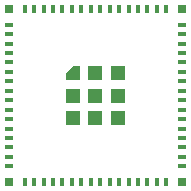
<source format=gbr>
%TF.GenerationSoftware,KiCad,Pcbnew,9.0.7*%
%TF.CreationDate,2026-02-08T13:18:31-05:00*%
%TF.ProjectId,esp32-pico-zero,65737033-322d-4706-9963-6f2d7a65726f,rev?*%
%TF.SameCoordinates,Original*%
%TF.FileFunction,Copper,L1,Top*%
%TF.FilePolarity,Positive*%
%FSLAX46Y46*%
G04 Gerber Fmt 4.6, Leading zero omitted, Abs format (unit mm)*
G04 Created by KiCad (PCBNEW 9.0.7) date 2026-02-08 13:18:31*
%MOMM*%
%LPD*%
G01*
G04 APERTURE LIST*
%TA.AperFunction,EtchedComponent*%
%ADD10C,0.000000*%
%TD*%
%TA.AperFunction,SMDPad,CuDef*%
%ADD11R,0.800000X0.400000*%
%TD*%
%TA.AperFunction,SMDPad,CuDef*%
%ADD12R,0.800000X0.800000*%
%TD*%
%TA.AperFunction,SMDPad,CuDef*%
%ADD13R,0.400000X0.800000*%
%TD*%
%TA.AperFunction,SMDPad,CuDef*%
%ADD14R,1.200000X1.200000*%
%TD*%
%TA.AperFunction,SMDPad,CuDef*%
%ADD15R,0.127000X0.127000*%
%TD*%
G04 APERTURE END LIST*
D10*
%TA.AperFunction,EtchedComponent*%
%TO.C,U1*%
G36*
X150400001Y-104899999D02*
G01*
X149200001Y-104899999D01*
X149200001Y-104299999D01*
X149800001Y-103699999D01*
X150400001Y-103699999D01*
X150400001Y-104899999D01*
G37*
%TD.AperFunction*%
%TD*%
D11*
%TO.P,U1,1,NC*%
%TO.N,unconnected-(U1-NC-Pad1)*%
X144400000Y-100200001D03*
%TO.P,U1,2,NC*%
%TO.N,unconnected-(U1-NC-Pad2)*%
X144400000Y-100999999D03*
%TO.P,U1,3,DBG_RXD/IO3*%
%TO.N,unconnected-(U1-DBG_RXD{slash}IO3-Pad3)*%
X144400000Y-101800000D03*
%TO.P,U1,4,DBG_TXD/IO1*%
%TO.N,unconnected-(U1-DBG_TXD{slash}IO1-Pad4)*%
X144400000Y-102599999D03*
%TO.P,U1,5,NC*%
%TO.N,unconnected-(U1-NC-Pad5)*%
X144400000Y-103400000D03*
%TO.P,U1,6,NC*%
%TO.N,unconnected-(U1-NC-Pad6)*%
X144400000Y-104199998D03*
%TO.P,U1,7,NC*%
%TO.N,unconnected-(U1-NC-Pad7)*%
X144400000Y-104999999D03*
%TO.P,U1,8,NC*%
%TO.N,unconnected-(U1-NC-Pad8)*%
X144400000Y-105800000D03*
%TO.P,U1,9,NC*%
%TO.N,unconnected-(U1-NC-Pad9)*%
X144400000Y-106599998D03*
%TO.P,U1,10,NC*%
%TO.N,unconnected-(U1-NC-Pad10)*%
X144400000Y-107399999D03*
%TO.P,U1,11,NC*%
%TO.N,unconnected-(U1-NC-Pad11)*%
X144400000Y-108199998D03*
%TO.P,U1,12,GND*%
%TO.N,unconnected-(U1-GND-Pad12)*%
X144400000Y-108999999D03*
%TO.P,U1,13,NC*%
%TO.N,unconnected-(U1-NC-Pad13)*%
X144400000Y-109799999D03*
%TO.P,U1,14,NC*%
%TO.N,unconnected-(U1-NC-Pad14)*%
X144400000Y-110599998D03*
%TO.P,U1,15,NC*%
%TO.N,unconnected-(U1-NC-Pad15)*%
X144400000Y-111399999D03*
%TO.P,U1,16,NC*%
%TO.N,unconnected-(U1-NC-Pad16)*%
X144400000Y-112199997D03*
D12*
%TO.P,U1,66,GND*%
%TO.N,unconnected-(U1-GND-Pad66)*%
X144400002Y-113500000D03*
D13*
%TO.P,U1,17,NC*%
%TO.N,unconnected-(U1-NC-Pad17)*%
X145700000Y-113500000D03*
%TO.P,U1,18,NC*%
%TO.N,unconnected-(U1-NC-Pad18)*%
X146500001Y-113500000D03*
%TO.P,U1,19,EN*%
%TO.N,unconnected-(U1-EN-Pad19)*%
X147300002Y-113500000D03*
%TO.P,U1,20,GND*%
%TO.N,unconnected-(U1-GND-Pad20)*%
X148100001Y-113500000D03*
%TO.P,U1,21,GND*%
%TO.N,unconnected-(U1-GND-Pad21)*%
X148900002Y-113500000D03*
%TO.P,U1,22,VDD33*%
%TO.N,unconnected-(U1-VDD33-Pad22)*%
X149700000Y-113500000D03*
%TO.P,U1,23,GND*%
%TO.N,unconnected-(U1-GND-Pad23)*%
X150500001Y-113500000D03*
%TO.P,U1,24,GND*%
%TO.N,unconnected-(U1-GND-Pad24)*%
X151300002Y-113500000D03*
%TO.P,U1,25,GND*%
%TO.N,unconnected-(U1-GND-Pad25)*%
X152100000Y-113500000D03*
%TO.P,U1,26,GND*%
%TO.N,unconnected-(U1-GND-Pad26)*%
X152900001Y-113500000D03*
%TO.P,U1,27,GND*%
%TO.N,unconnected-(U1-GND-Pad27)*%
X153700000Y-113500000D03*
%TO.P,U1,28,GND*%
%TO.N,unconnected-(U1-GND-Pad28)*%
X154500000Y-113500000D03*
%TO.P,U1,29,GND*%
%TO.N,unconnected-(U1-GND-Pad29)*%
X155300001Y-113500000D03*
%TO.P,U1,30,GND*%
%TO.N,unconnected-(U1-GND-Pad30)*%
X156100000Y-113500000D03*
%TO.P,U1,31,GND*%
%TO.N,unconnected-(U1-GND-Pad31)*%
X156900001Y-113500000D03*
%TO.P,U1,32,GND*%
%TO.N,unconnected-(U1-GND-Pad32)*%
X157699999Y-113500000D03*
D12*
%TO.P,U1,67,GND*%
%TO.N,unconnected-(U1-GND-Pad67)*%
X159000000Y-113500000D03*
D11*
%TO.P,U1,33,NC*%
%TO.N,unconnected-(U1-NC-Pad33)*%
X159000002Y-112199997D03*
%TO.P,U1,34,NC*%
%TO.N,unconnected-(U1-NC-Pad34)*%
X159000002Y-111399999D03*
%TO.P,U1,35,NC*%
%TO.N,unconnected-(U1-NC-Pad35)*%
X159000002Y-110599998D03*
%TO.P,U1,36,NC*%
%TO.N,unconnected-(U1-NC-Pad36)*%
X159000002Y-109799999D03*
%TO.P,U1,37,GND*%
%TO.N,unconnected-(U1-GND-Pad37)*%
X159000002Y-108999999D03*
%TO.P,U1,38,NC*%
%TO.N,unconnected-(U1-NC-Pad38)*%
X159000002Y-108199998D03*
%TO.P,U1,39,NC*%
%TO.N,unconnected-(U1-NC-Pad39)*%
X159000002Y-107399999D03*
%TO.P,U1,40,NC*%
%TO.N,unconnected-(U1-NC-Pad40)*%
X159000002Y-106599998D03*
%TO.P,U1,41,U1TXD/IO19*%
%TO.N,unconnected-(U1-U1TXD{slash}IO19-Pad41)*%
X159000002Y-105800000D03*
%TO.P,U1,42,GND*%
%TO.N,unconnected-(U1-GND-Pad42)*%
X159000002Y-104999999D03*
%TO.P,U1,43,VDD33*%
%TO.N,unconnected-(U1-VDD33-Pad43)*%
X159000002Y-104199998D03*
%TO.P,U1,44,GND*%
%TO.N,unconnected-(U1-GND-Pad44)*%
X159000002Y-103400000D03*
%TO.P,U1,45,U1RXD/IO22*%
%TO.N,unconnected-(U1-U1RXD{slash}IO22-Pad45)*%
X159000002Y-102599999D03*
%TO.P,U1,46,NC*%
%TO.N,unconnected-(U1-NC-Pad46)*%
X159000002Y-101800000D03*
%TO.P,U1,47,INT_B/IO27*%
%TO.N,unconnected-(U1-INT_B{slash}IO27-Pad47)*%
X159000002Y-100999999D03*
%TO.P,U1,48,NC*%
%TO.N,unconnected-(U1-NC-Pad48)*%
X159000002Y-100200001D03*
D12*
%TO.P,U1,68,GND*%
%TO.N,unconnected-(U1-GND-Pad68)*%
X159000000Y-98899998D03*
D13*
%TO.P,U1,49,GND*%
%TO.N,unconnected-(U1-GND-Pad49)*%
X157700002Y-98899998D03*
%TO.P,U1,50,GND*%
%TO.N,unconnected-(U1-GND-Pad50)*%
X156900001Y-98899998D03*
%TO.P,U1,51,GND*%
%TO.N,unconnected-(U1-GND-Pad51)*%
X156100000Y-98899998D03*
%TO.P,U1,52,GND*%
%TO.N,unconnected-(U1-GND-Pad52)*%
X155300001Y-98899998D03*
%TO.P,U1,53,GND*%
%TO.N,unconnected-(U1-GND-Pad53)*%
X154500000Y-98899998D03*
%TO.P,U1,54,GND*%
%TO.N,unconnected-(U1-GND-Pad54)*%
X153700002Y-98899998D03*
%TO.P,U1,55,GND*%
%TO.N,unconnected-(U1-GND-Pad55)*%
X152900001Y-98899998D03*
%TO.P,U1,56,GND*%
%TO.N,unconnected-(U1-GND-Pad56)*%
X152100000Y-98899998D03*
%TO.P,U1,57,GND*%
%TO.N,unconnected-(U1-GND-Pad57)*%
X151300002Y-98899998D03*
%TO.P,U1,58,GND*%
%TO.N,unconnected-(U1-GND-Pad58)*%
X150500001Y-98899998D03*
%TO.P,U1,59,GND*%
%TO.N,unconnected-(U1-GND-Pad59)*%
X149700002Y-98899998D03*
%TO.P,U1,60,GND*%
%TO.N,unconnected-(U1-GND-Pad60)*%
X148900002Y-98899998D03*
%TO.P,U1,61,GND*%
%TO.N,unconnected-(U1-GND-Pad61)*%
X148100001Y-98899998D03*
%TO.P,U1,62,GND*%
%TO.N,unconnected-(U1-GND-Pad62)*%
X147300002Y-98899998D03*
%TO.P,U1,63,GND*%
%TO.N,unconnected-(U1-GND-Pad63)*%
X146500001Y-98899998D03*
%TO.P,U1,64,GND*%
%TO.N,unconnected-(U1-GND-Pad64)*%
X145700003Y-98899998D03*
D12*
%TO.P,U1,65,GND*%
%TO.N,unconnected-(U1-GND-Pad65)*%
X144400002Y-98899998D03*
D14*
%TO.P,U1,73,GND*%
%TO.N,unconnected-(U1-GND-Pad73)*%
X151700001Y-106199999D03*
%TO.P,U1,70,GND*%
%TO.N,unconnected-(U1-GND-Pad70)*%
X151700001Y-104299999D03*
%TO.P,U1,76,GND*%
%TO.N,unconnected-(U1-GND-Pad76)*%
X151700001Y-108099999D03*
D15*
%TO.P,U1,69,GND*%
%TO.N,unconnected-(U1-GND-Pad69)*%
X149800001Y-104299999D03*
D14*
%TO.P,U1,72,GND*%
%TO.N,unconnected-(U1-GND-Pad72)*%
X149800001Y-106199999D03*
%TO.P,U1,75,GND*%
%TO.N,unconnected-(U1-GND-Pad75)*%
X149800001Y-108099999D03*
%TO.P,U1,71,GND*%
%TO.N,unconnected-(U1-GND-Pad71)*%
X153600001Y-104299999D03*
%TO.P,U1,74,GND*%
%TO.N,unconnected-(U1-GND-Pad74)*%
X153600001Y-106199999D03*
%TO.P,U1,77,GND*%
%TO.N,unconnected-(U1-GND-Pad77)*%
X153600001Y-108099999D03*
%TD*%
M02*

</source>
